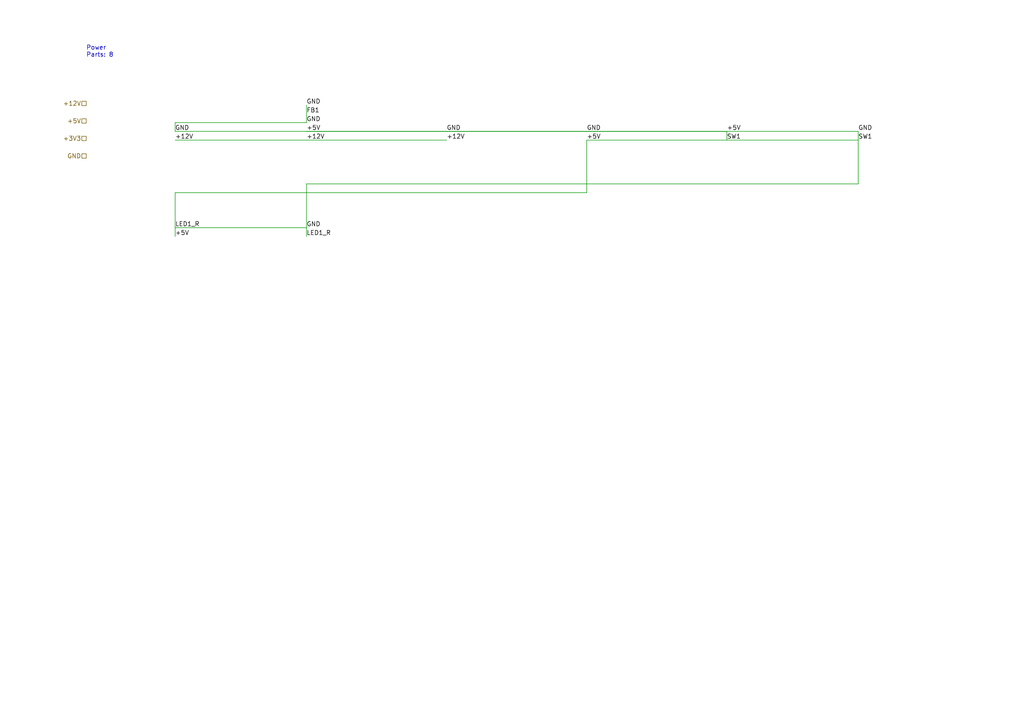
<source format=kicad_sch>
(kicad_sch (version 20250114) (generator "kicad_auto_builder") (generator_version "1.2")
  (paper "A4")
  (title_block (title "Power") (date "2024-12-12") (rev "1.0") (company "HierarchicalBoard") (comment 1 "Sub-sheet: Power"))
  (lib_symbols
    (symbol "Barrel_Jack" (pin_names (offset 1.016))
      (property "Reference" "J" (at 0 6.35 0))
      (property "Value" "Barrel_Jack" (at 0 -6.35 0))
      (symbol "Barrel_Jack_0_1"
        (rectangle (start -5.08 5.08) (end 5.08 -5.08) (stroke (width 0.254)) (fill (type background)))
      )
      (symbol "Barrel_Jack_1_1"
        (pin passive line (at 7.62 2.54 180) (length 2.54) (name "+") (number "1"))
        (pin passive line (at 7.62 -2.54 180) (length 2.54) (name "-") (number "2"))
      )
    )
    (symbol "LM2596S-5" (pin_names (offset 1.016))
      (property "Reference" "U" (at 0 10.16 0))
      (property "Value" "LM2596S-5.0" (at 0 -10.16 0))
      (symbol "LM2596S-5_0_1"
        (rectangle (start -7.62 7.62) (end 7.62 -7.62) (stroke (width 0.254)) (fill (type background)))
      )
      (symbol "LM2596S-5_1_1"
        (pin power_in line (at -10.16 5.08 0) (length 2.54) (name "VIN") (number "1"))
        (pin output line (at 10.16 5.08 180) (length 2.54) (name "OUT") (number "2"))
        (pin power_in line (at 0 -10.16 90) (length 2.54) (name "GND") (number "3"))
        (pin input line (at 10.16 0 180) (length 2.54) (name "FB") (number "4"))
        (pin input line (at -10.16 0 0) (length 2.54) (name "ON/OFF") (number "5"))
      )
    )
    (symbol "CP" (pin_numbers hide) (pin_names (offset 0.254))
      (property "Reference" "C" (at 0.635 2.54 0))
      (property "Value" "CP" (at 0.635 -2.54 0))
      (symbol "CP_0_1"
        (rectangle (start -2.286 0.508) (end 2.286 1.016))
        (polyline (pts (xy -1.778 2.286) (xy -0.762 2.286)))
        (polyline (pts (xy -1.27 1.778) (xy -1.27 2.794)))
        (rectangle (start 2.286 -0.508) (end -2.286 -1.016) (fill (type outline)))
      )
      (symbol "CP_1_1"
        (pin passive line (at 0 3.81 270) (length 2.794) (name "1") (number "1"))
        (pin passive line (at 0 -3.81 90) (length 2.794) (name "2") (number "2"))
      )
    )
    (symbol "L" (pin_numbers hide) (pin_names (offset 1.016))
      (property "Reference" "L" (at -1.27 0 90))
      (property "Value" "L" (at 1.905 0 90))
      (symbol "L_0_1"
        (arc (start 0 -2.54) (mid 0.6323 -1.905) (end 0 -1.27))
        (arc (start 0 -1.27) (mid 0.6323 -0.635) (end 0 0))
        (arc (start 0 0) (mid 0.6323 0.635) (end 0 1.27))
        (arc (start 0 1.27) (mid 0.6323 1.905) (end 0 2.54))
      )
      (symbol "L_1_1"
        (pin passive line (at 0 5.08 270) (length 2.54) (name "1") (number "1"))
        (pin passive line (at 0 -5.08 90) (length 2.54) (name "2") (number "2"))
      )
    )
    (symbol "D_Schottky" (pin_numbers hide) (pin_names (offset 1.016) hide)
      (property "Reference" "D" (at 0 2.54 0))
      (property "Value" "D_Schottky" (at 0 -2.54 0))
      (symbol "D_Schottky_0_1"
        (polyline (pts (xy 1.27 0) (xy -1.27 0)))
        (polyline (pts (xy 1.27 1.27) (xy 1.27 -1.27) (xy -1.27 0) (xy 1.27 1.27)) (stroke (width 0.254)))
      )
      (symbol "D_Schottky_1_1"
        (pin passive line (at -3.81 0 0) (length 2.54) (name "K") (number "1"))
        (pin passive line (at 3.81 0 180) (length 2.54) (name "A") (number "2"))
      )
    )
    (symbol "LED" (pin_numbers hide) (pin_names (offset 1.016) hide)
      (property "Reference" "D" (at 0 2.54 0))
      (property "Value" "LED" (at 0 -2.54 0))
      (symbol "LED_0_1"
        (polyline (pts (xy -1.27 -1.27) (xy -1.27 1.27)) (stroke (width 0.254)))
        (polyline (pts (xy -1.27 0) (xy 1.27 0)))
        (polyline (pts (xy 1.27 -1.27) (xy 1.27 1.27) (xy -1.27 0) (xy 1.27 -1.27)) (stroke (width 0.254)))
      )
      (symbol "LED_1_1"
        (pin passive line (at -3.81 0 0) (length 2.54) (name "K") (number "1"))
        (pin passive line (at 3.81 0 180) (length 2.54) (name "A") (number "2"))
      )
    )
    (symbol "R" (pin_numbers hide) (pin_names (offset 0))
      (property "Reference" "R" (at 2.032 0 90))
      (property "Value" "R" (at 0 0 90))
      (symbol "R_0_1"
        (rectangle (start -1.016 -2.54) (end 1.016 2.54) (stroke (width 0.254)))
      )
      (symbol "R_1_1"
        (pin passive line (at 0 5.08 270) (length 2.54) (name "1") (number "1"))
        (pin passive line (at 0 -5.08 90) (length 2.54) (name "2") (number "2"))
      )
    )
  )
  (symbol (lib_id "custom:Barrel_Jack") (at 50.0 50.0 0) (unit 1)
    (property "Reference" "J1" (at 50.0 44.92 0))
    (property "Value" "DC Jack 12V" (at 50.0 55.08 0))
  )
  (symbol (lib_id "custom:LM2596S-5") (at 90.0 50.0 0) (unit 1)
    (property "Reference" "U1" (at 90.0 44.92 0))
    (property "Value" "LM2596S-5.0" (at 90.0 55.08 0))
  )
  (symbol (lib_id "custom:CP") (at 130.0 50.0 0) (unit 1)
    (property "Reference" "C1" (at 130.0 44.92 0))
    (property "Value" "220uF" (at 130.0 55.08 0))
    (property "LCSC Part" "C134799" (effects hide))
  )
  (symbol (lib_id "custom:CP") (at 170.0 50.0 0) (unit 1)
    (property "Reference" "C2" (at 170.0 44.92 0))
    (property "Value" "220uF" (at 170.0 55.08 0))
    (property "LCSC Part" "C134799" (effects hide))
  )
  (symbol (lib_id "custom:L") (at 210.0 50.0 0) (unit 1)
    (property "Reference" "L1" (at 210.0 44.92 0))
    (property "Value" "33uH" (at 210.0 55.08 0))
  )
  (symbol (lib_id "custom:D_Schottky") (at 250.0 50.0 0) (unit 1)
    (property "Reference" "D1" (at 250.0 44.92 0))
    (property "Value" "SS34" (at 250.0 55.08 0))
  )
  (symbol (lib_id "custom:LED") (at 50.0 80.0 0) (unit 1)
    (property "Reference" "D2" (at 50.0 74.92 0))
    (property "Value" "Green" (at 50.0 85.08 0))
  )
  (symbol (lib_id "custom:R") (at 90.0 80.0 0) (unit 1)
    (property "Reference" "R1" (at 90.0 74.92 0))
    (property "Value" "1k" (at 90.0 85.08 0))
  )
  (wire (pts (xy 50.8 40.64) (xy 88.9 40.64)))
  (wire (pts (xy 88.9 40.64) (xy 129.54 40.64)))
  (wire (pts (xy 88.9 30.48) (xy 88.9 35.56)))
  (wire (pts (xy 88.9 35.56) (xy 50.8 35.56)))
  (wire (pts (xy 50.8 35.56) (xy 50.8 38.1)))
  (wire (pts (xy 50.8 38.1) (xy 129.54 38.1)))
  (wire (pts (xy 129.54 38.1) (xy 170.18 38.1)))
  (wire (pts (xy 170.18 38.1) (xy 248.92000000000002 38.1)))
  (wire (pts (xy 248.92000000000002 38.1) (xy 248.92000000000002 53.34)))
  (wire (pts (xy 248.92000000000002 53.34) (xy 88.9 53.34)))
  (wire (pts (xy 88.9 53.34) (xy 88.9 66.04)))
  (wire (pts (xy 88.9 38.1) (xy 210.82 38.1)))
  (wire (pts (xy 210.82 38.1) (xy 210.82 40.64)))
  (wire (pts (xy 210.82 40.64) (xy 170.18 40.64)))
  (wire (pts (xy 170.18 40.64) (xy 170.18 55.88)))
  (wire (pts (xy 170.18 55.88) (xy 50.8 55.88)))
  (wire (pts (xy 50.8 55.88) (xy 50.8 68.58)))
  (wire (pts (xy 210.82 40.64) (xy 248.92000000000002 40.64)))
  (wire (pts (xy 50.8 66.04) (xy 88.9 66.04)))
  (wire (pts (xy 88.9 66.04) (xy 88.9 68.58)))
  (label "+12V" (at 50.8 40.64 0))
  (label "GND" (at 50.8 38.1 0))
  (label "+12V" (at 88.9 40.64 0))
  (label "+5V" (at 88.9 38.1 0))
  (label "GND" (at 88.9 35.56 0))
  (label "FB1" (at 88.9 33.02 0))
  (label "GND" (at 88.9 30.48 0))
  (label "+12V" (at 129.54 40.64 0))
  (label "GND" (at 129.54 38.1 0))
  (label "+5V" (at 170.18 40.64 0))
  (label "GND" (at 170.18 38.1 0))
  (label "SW1" (at 210.82 40.64 0))
  (label "+5V" (at 210.82 38.1 0))
  (label "SW1" (at 248.92000000000002 40.64 0))
  (label "GND" (at 248.92000000000002 38.1 0))
  (label "+5V" (at 50.8 68.58 0))
  (label "LED1_R" (at 50.8 66.04 0))
  (label "LED1_R" (at 88.9 68.58 0))
  (label "GND" (at 88.9 66.04 0))
  (hierarchical_label "+12V" (shape passive) (at 25.0 30.0 180))
  (hierarchical_label "+5V" (shape passive) (at 25.0 35.08 180))
  (hierarchical_label "+3V3" (shape passive) (at 25.0 40.16 180))
  (hierarchical_label "GND" (shape passive) (at 25.0 45.239999999999995 180))
  (text "Power\nParts: 8" (at 25.0 15.0 0) (effects (font (size 1.27 1.27)) (justify left)))
)
</source>
